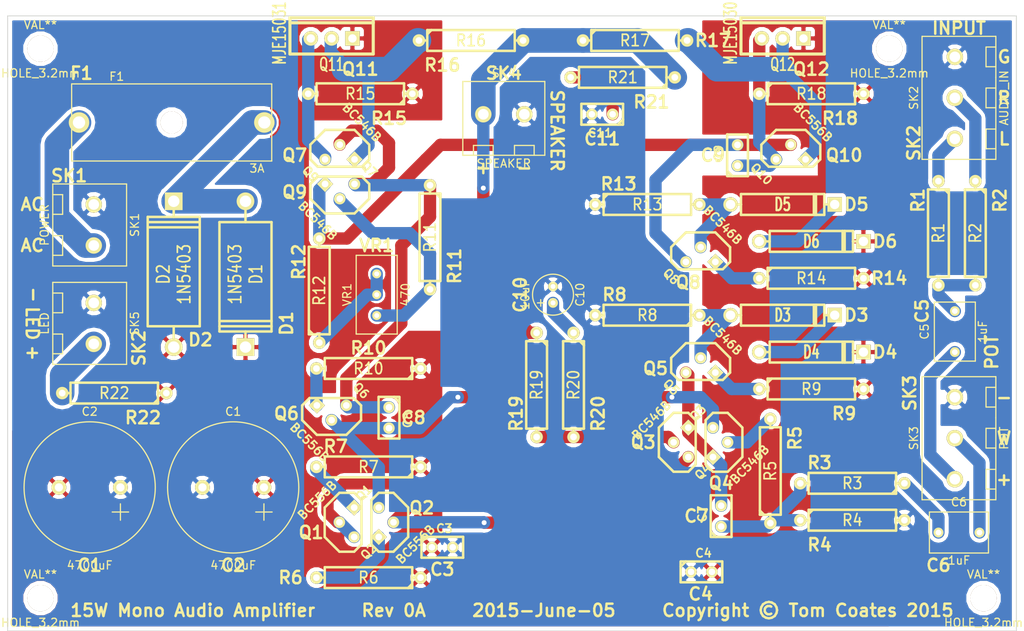
<source format=kicad_pcb>
(kicad_pcb (version 3) (host pcbnew "(2013-07-07 BZR 4022)-stable")
  (title_block (title "15W Audio Amplifier") (rev 0A) (company "Tom Coates / jvok"))
  (layers (15 F.Cu mixed) (0 B.Cu mixed) (20 B.SilkS user) (21 F.SilkS user) (22 B.Mask user) (23 F.Mask user) (28 Edge.Cuts user))
  (net 0 "")
  (net 1 AGND)
  (net 2 N-000001)
  (net 3 N-0000010)
  (net 4 N-0000011)
  (net 5 N-0000012)
  (net 6 N-0000013)
  (net 7 N-0000014)
  (net 8 N-0000015)
  (net 9 N-0000016)
  (net 10 N-0000017)
  (net 11 N-0000018)
  (net 12 N-0000019)
  (net 13 N-000002)
  (net 14 N-0000020)
  (net 15 N-0000021)
  (net 16 N-0000022)
  (net 17 N-0000023)
  (net 18 N-0000024)
  (net 19 N-0000025)
  (net 20 N-0000026)
  (net 21 N-0000027)
  (net 22 N-0000028)
  (net 23 N-0000029)
  (net 24 N-0000030)
  (net 25 N-0000031)
  (net 26 N-0000032)
  (net 27 N-0000033)
  (net 28 N-0000034)
  (net 29 N-0000035)
  (net 30 N-0000036)
  (net 31 N-0000037)
  (net 32 N-0000038)
  (net 33 N-000004)
  (net 34 N-000007)
  (net 35 N-000008)
  (net 36 N-000009)
  (net 37 VCC)
  (net 38 VEE)
  (module TO92 (layer F.Cu) (at 209.25 178.75 45)
    (fp_text reference Q2 (at -1.27 3.81 45) (layer F.SilkS) (effects (font (size 1.016 1.016) (thickness 0.2032))))
    (fp_text value BC556B (at -1.27 -5.08 45) (layer F.SilkS) (effects (font (size 1.016 1.016) (thickness 0.2032))))
    (pad 1 thru_hole rect (at 1.27 -1.27 45) (size 1.397 1.397) (drill 0.8128) (layers *.Cu *.Mask F.SilkS) (net 16 N-0000022))
    (pad 2 thru_hole circle (at -1.27 -1.27 45) (size 1.397 1.397) (drill 0.8128) (layers *.Cu *.Mask F.SilkS) (net 31 N-0000037))
    (pad 3 thru_hole circle (at -1.27 1.27 45) (size 1.397 1.397) (drill 0.8128) (layers *.Cu *.Mask F.SilkS) (net 31 N-0000037))
  )
  (module TO92 (layer F.Cu) (at 212.25 178.75 225)
    (fp_text reference Q1 (at -1.27 3.81 225) (layer F.SilkS) (effects (font (size 1.016 1.016) (thickness 0.2032))))
    (fp_text value BC556B (at -1.27 -5.08 225) (layer F.SilkS) (effects (font (size 1.016 1.016) (thickness 0.2032))))
    (pad 1 thru_hole rect (at 1.27 -1.27 225) (size 1.397 1.397) (drill 0.8128) (layers *.Cu *.Mask F.SilkS) (net 17 N-0000023))
    (pad 2 thru_hole circle (at -1.27 -1.27 225) (size 1.397 1.397) (drill 0.8128) (layers *.Cu *.Mask F.SilkS) (net 31 N-0000037))
    (pad 3 thru_hole circle (at -1.27 1.27 225) (size 1.397 1.397) (drill 0.8128) (layers *.Cu *.Mask F.SilkS) (net 18 N-0000024))
  )
  (module TO92 (layer F.Cu) (at 262.5 134.5 315)
    (fp_text reference Q10 (at -1.27 3.81 315) (layer F.SilkS) (effects (font (size 1.016 1.016) (thickness 0.2032))))
    (fp_text value BC556B (at -1.27 -5.08 315) (layer F.SilkS) (effects (font (size 1.016 1.016) (thickness 0.2032))))
    (pad 1 thru_hole rect (at 1.27 -1.27 315) (size 1.397 1.397) (drill 0.8128) (layers *.Cu *.Mask F.SilkS) (net 34 N-000007))
    (pad 2 thru_hole circle (at -1.27 -1.27 315) (size 1.397 1.397) (drill 0.8128) (layers *.Cu *.Mask F.SilkS) (net 26 N-0000032))
    (pad 3 thru_hole circle (at -1.27 1.27 315) (size 1.397 1.397) (drill 0.8128) (layers *.Cu *.Mask F.SilkS) (net 35 N-000008))
  )
  (module TO92 (layer F.Cu) (at 250 169 45)
    (fp_text reference Q4 (at -1.27 3.81 45) (layer F.SilkS) (effects (font (size 1.016 1.016) (thickness 0.2032))))
    (fp_text value BC546B (at -1.27 -5.08 45) (layer F.SilkS) (effects (font (size 1.016 1.016) (thickness 0.2032))))
    (pad 1 thru_hole rect (at 1.27 -1.27 45) (size 1.397 1.397) (drill 0.8128) (layers *.Cu *.Mask F.SilkS) (net 24 N-0000030))
    (pad 2 thru_hole circle (at -1.27 -1.27 45) (size 1.397 1.397) (drill 0.8128) (layers *.Cu *.Mask F.SilkS) (net 30 N-0000036))
    (pad 3 thru_hole circle (at -1.27 1.27 45) (size 1.397 1.397) (drill 0.8128) (layers *.Cu *.Mask F.SilkS) (net 31 N-0000037))
  )
  (module TO92 (layer F.Cu) (at 206.5 164.5 135)
    (fp_text reference Q6 (at -1.27 3.81 135) (layer F.SilkS) (effects (font (size 1.016 1.016) (thickness 0.2032))))
    (fp_text value BC556B (at -1.27 -5.08 135) (layer F.SilkS) (effects (font (size 1.016 1.016) (thickness 0.2032))))
    (pad 1 thru_hole rect (at 1.27 -1.27 135) (size 1.397 1.397) (drill 0.8128) (layers *.Cu *.Mask F.SilkS) (net 25 N-0000031))
    (pad 2 thru_hole circle (at -1.27 -1.27 135) (size 1.397 1.397) (drill 0.8128) (layers *.Cu *.Mask F.SilkS) (net 18 N-0000024))
    (pad 3 thru_hole circle (at -1.27 1.27 135) (size 1.397 1.397) (drill 0.8128) (layers *.Cu *.Mask F.SilkS) (net 3 N-0000010))
  )
  (module TO92 (layer F.Cu) (at 253 169 225)
    (fp_text reference Q3 (at -1.27 3.81 225) (layer F.SilkS) (effects (font (size 1.016 1.016) (thickness 0.2032))))
    (fp_text value BC546B (at -1.27 -5.08 225) (layer F.SilkS) (effects (font (size 1.016 1.016) (thickness 0.2032))))
    (pad 1 thru_hole rect (at 1.27 -1.27 225) (size 1.397 1.397) (drill 0.8128) (layers *.Cu *.Mask F.SilkS) (net 24 N-0000030))
    (pad 2 thru_hole circle (at -1.27 -1.27 225) (size 1.397 1.397) (drill 0.8128) (layers *.Cu *.Mask F.SilkS) (net 19 N-0000025))
    (pad 3 thru_hole circle (at -1.27 1.27 225) (size 1.397 1.397) (drill 0.8128) (layers *.Cu *.Mask F.SilkS) (net 18 N-0000024))
  )
  (module TO92 (layer F.Cu) (at 251.5 160.5 315)
    (fp_text reference Q5 (at -1.27 3.81 315) (layer F.SilkS) (effects (font (size 1.016 1.016) (thickness 0.2032))))
    (fp_text value BC546B (at -1.27 -5.08 315) (layer F.SilkS) (effects (font (size 1.016 1.016) (thickness 0.2032))))
    (pad 1 thru_hole rect (at 1.27 -1.27 315) (size 1.397 1.397) (drill 0.8128) (layers *.Cu *.Mask F.SilkS) (net 23 N-0000029))
    (pad 2 thru_hole circle (at -1.27 -1.27 315) (size 1.397 1.397) (drill 0.8128) (layers *.Cu *.Mask F.SilkS) (net 22 N-0000028))
    (pad 3 thru_hole circle (at -1.27 1.27 315) (size 1.397 1.397) (drill 0.8128) (layers *.Cu *.Mask F.SilkS) (net 24 N-0000030))
  )
  (module TO92 (layer F.Cu) (at 251.5 147 315)
    (fp_text reference Q8 (at -1.27 3.81 315) (layer F.SilkS) (effects (font (size 1.016 1.016) (thickness 0.2032))))
    (fp_text value BC546B (at -1.27 -5.08 315) (layer F.SilkS) (effects (font (size 1.016 1.016) (thickness 0.2032))))
    (pad 1 thru_hole rect (at 1.27 -1.27 315) (size 1.397 1.397) (drill 0.8128) (layers *.Cu *.Mask F.SilkS) (net 27 N-0000033))
    (pad 2 thru_hole circle (at -1.27 -1.27 315) (size 1.397 1.397) (drill 0.8128) (layers *.Cu *.Mask F.SilkS) (net 28 N-0000034))
    (pad 3 thru_hole circle (at -1.27 1.27 315) (size 1.397 1.397) (drill 0.8128) (layers *.Cu *.Mask F.SilkS) (net 26 N-0000032))
  )
  (module TO92 (layer F.Cu) (at 207.5 137.5 135)
    (fp_text reference Q7 (at -1.27 3.81 135) (layer F.SilkS) (effects (font (size 1.016 1.016) (thickness 0.2032))))
    (fp_text value BC546B (at -1.27 -5.08 135) (layer F.SilkS) (effects (font (size 1.016 1.016) (thickness 0.2032))))
    (pad 1 thru_hole rect (at 1.27 -1.27 135) (size 1.397 1.397) (drill 0.8128) (layers *.Cu *.Mask F.SilkS) (net 26 N-0000032))
    (pad 2 thru_hole circle (at -1.27 -1.27 135) (size 1.397 1.397) (drill 0.8128) (layers *.Cu *.Mask F.SilkS) (net 4 N-0000011))
    (pad 3 thru_hole circle (at -1.27 1.27 135) (size 1.397 1.397) (drill 0.8128) (layers *.Cu *.Mask F.SilkS) (net 3 N-0000010))
  )
  (module TO92 (layer F.Cu) (at 207.5 134.5 315)
    (fp_text reference Q9 (at -1.27 3.81 315) (layer F.SilkS) (effects (font (size 1.016 1.016) (thickness 0.2032))))
    (fp_text value BC546B (at -1.27 -5.08 315) (layer F.SilkS) (effects (font (size 1.016 1.016) (thickness 0.2032))))
    (pad 1 thru_hole rect (at 1.27 -1.27 315) (size 1.397 1.397) (drill 0.8128) (layers *.Cu *.Mask F.SilkS) (net 36 N-000009))
    (pad 2 thru_hole circle (at -1.27 -1.27 315) (size 1.397 1.397) (drill 0.8128) (layers *.Cu *.Mask F.SilkS) (net 3 N-0000010))
    (pad 3 thru_hole circle (at -1.27 1.27 315) (size 1.397 1.397) (drill 0.8128) (layers *.Cu *.Mask F.SilkS) (net 8 N-0000015))
  )
  (module TO220_VERT (layer F.Cu) (at 206.5 119.75 90)
    (fp_text reference Q11 (at -3.175 0 180) (layer F.SilkS) (effects (font (size 1.524 1.016) (thickness 0.2032))))
    (fp_text value MJE15031 (at 0.635 -6.35 90) (layer F.SilkS) (effects (font (size 1.524 1.016) (thickness 0.2032))))
    (pad 2 thru_hole circle (at 0 -2.54 90) (size 1.778 1.778) (drill 1.016) (layers *.Cu *.Mask F.SilkS) (net 8 N-0000015))
    (pad 3 thru_hole circle (at 0 0 90) (size 1.778 1.778) (drill 1.016) (layers *.Cu *.Mask F.SilkS) (net 36 N-000009))
    (pad 1 thru_hole rect (at 0 2.54 90) (size 1.778 1.778) (drill 1.016) (layers *.Cu *.Mask F.SilkS) (net 37 VCC))
  )
  (module TO220_VERT (layer F.Cu) (at 261.5 119.75 90)
    (fp_text reference Q12 (at -3.175 0 180) (layer F.SilkS) (effects (font (size 1.524 1.016) (thickness 0.2032))))
    (fp_text value MJE15030 (at 0.635 -6.35 90) (layer F.SilkS) (effects (font (size 1.524 1.016) (thickness 0.2032))))
    (pad 2 thru_hole circle (at 0 -2.54 90) (size 1.778 1.778) (drill 1.016) (layers *.Cu *.Mask F.SilkS) (net 35 N-000008))
    (pad 3 thru_hole circle (at 0 0 90) (size 1.778 1.778) (drill 1.016) (layers *.Cu *.Mask F.SilkS) (net 34 N-000007))
    (pad 1 thru_hole rect (at 0 2.54 90) (size 1.778 1.778) (drill 1.016) (layers *.Cu *.Mask F.SilkS) (net 38 VEE))
  )
  (module R5 (layer F.Cu) (at 270 174 180)
    (fp_text reference R3 (at 0 0 180) (layer F.SilkS) (effects (font (size 1.397 1.27) (thickness 0.2032))))
    (fp_text value 2.2k hide)
    (pad 1 thru_hole circle (at -6.35 0 180) (size 1.524 1.524) (drill 0.8128) (layers *.Cu *.Mask F.SilkS) (net 13 N-000002))
    (pad 2 thru_hole circle (at 6.35 0 180) (size 1.524 1.524) (drill 0.8128) (layers *.Cu *.Mask F.SilkS) (net 2 N-000001))
  )
  (module R5 (layer F.Cu) (at 211 172 180)
    (fp_text reference R7 (at 0 0 180) (layer F.SilkS) (effects (font (size 1.397 1.27) (thickness 0.2032))))
    (fp_text value 270 hide)
    (pad 1 thru_hole circle (at -6.35 0 180) (size 1.524 1.524) (drill 0.8128) (layers *.Cu *.Mask F.SilkS) (net 37 VCC))
    (pad 2 thru_hole circle (at 6.35 0 180) (size 1.524 1.524) (drill 0.8128) (layers *.Cu *.Mask F.SilkS) (net 16 N-0000022))
  )
  (module R5 (layer F.Cu) (at 265 162.5)
    (fp_text reference R9 (at 0 0) (layer F.SilkS) (effects (font (size 1.397 1.27) (thickness 0.2032))))
    (fp_text value 470 hide)
    (pad 1 thru_hole circle (at -6.35 0) (size 1.524 1.524) (drill 0.8128) (layers *.Cu *.Mask F.SilkS) (net 23 N-0000029))
    (pad 2 thru_hole circle (at 6.35 0) (size 1.524 1.524) (drill 0.8128) (layers *.Cu *.Mask F.SilkS) (net 38 VEE))
  )
  (module R5 (layer F.Cu) (at 260 172.5 90)
    (fp_text reference R5 (at 0 0 90) (layer F.SilkS) (effects (font (size 1.397 1.27) (thickness 0.2032))))
    (fp_text value 2.2k hide)
    (pad 1 thru_hole circle (at -6.35 0 90) (size 1.524 1.524) (drill 0.8128) (layers *.Cu *.Mask F.SilkS) (net 2 N-000001))
    (pad 2 thru_hole circle (at 6.35 0 90) (size 1.524 1.524) (drill 0.8128) (layers *.Cu *.Mask F.SilkS) (net 19 N-0000025))
  )
  (module R5 (layer F.Cu) (at 270 178.5)
    (fp_text reference R4 (at 0 0) (layer F.SilkS) (effects (font (size 1.397 1.27) (thickness 0.2032))))
    (fp_text value 10k hide)
    (pad 1 thru_hole circle (at -6.35 0) (size 1.524 1.524) (drill 0.8128) (layers *.Cu *.Mask F.SilkS) (net 2 N-000001))
    (pad 2 thru_hole circle (at 6.35 0) (size 1.524 1.524) (drill 0.8128) (layers *.Cu *.Mask F.SilkS) (net 1 AGND))
  )
  (module R5 (layer F.Cu) (at 245 153.5 180)
    (fp_text reference R8 (at 0 0 180) (layer F.SilkS) (effects (font (size 1.397 1.27) (thickness 0.2032))))
    (fp_text value 12k hide)
    (pad 1 thru_hole circle (at -6.35 0 180) (size 1.524 1.524) (drill 0.8128) (layers *.Cu *.Mask F.SilkS) (net 22 N-0000028))
    (pad 2 thru_hole circle (at 6.35 0 180) (size 1.524 1.524) (drill 0.8128) (layers *.Cu *.Mask F.SilkS) (net 1 AGND))
  )
  (module R5 (layer F.Cu) (at 231.5 162 270)
    (fp_text reference R19 (at 0 0 270) (layer F.SilkS) (effects (font (size 1.397 1.27) (thickness 0.2032))))
    (fp_text value 15k hide)
    (pad 1 thru_hole circle (at -6.35 0 270) (size 1.524 1.524) (drill 0.8128) (layers *.Cu *.Mask F.SilkS) (net 29 N-0000035))
    (pad 2 thru_hole circle (at 6.35 0 270) (size 1.524 1.524) (drill 0.8128) (layers *.Cu *.Mask F.SilkS) (net 30 N-0000036))
  )
  (module R5 (layer F.Cu) (at 236 162 270)
    (fp_text reference R20 (at 0 0 270) (layer F.SilkS) (effects (font (size 1.397 1.27) (thickness 0.2032))))
    (fp_text value 470 hide)
    (pad 1 thru_hole circle (at -6.35 0 270) (size 1.524 1.524) (drill 0.8128) (layers *.Cu *.Mask F.SilkS) (net 21 N-0000027))
    (pad 2 thru_hole circle (at 6.35 0 270) (size 1.524 1.524) (drill 0.8128) (layers *.Cu *.Mask F.SilkS) (net 30 N-0000036))
  )
  (module R5 (layer F.Cu) (at 285 143.5 270)
    (fp_text reference R2 (at 0 0 270) (layer F.SilkS) (effects (font (size 1.397 1.27) (thickness 0.2032))))
    (fp_text value 1k hide)
    (pad 1 thru_hole circle (at -6.35 0 270) (size 1.524 1.524) (drill 0.8128) (layers *.Cu *.Mask F.SilkS) (net 7 N-0000014))
    (pad 2 thru_hole circle (at 6.35 0 270) (size 1.524 1.524) (drill 0.8128) (layers *.Cu *.Mask F.SilkS) (net 6 N-0000013))
  )
  (module R5 (layer F.Cu) (at 280.5 143.5 270)
    (fp_text reference R1 (at 0 0 270) (layer F.SilkS) (effects (font (size 1.397 1.27) (thickness 0.2032))))
    (fp_text value 1k hide)
    (pad 1 thru_hole circle (at -6.35 0 270) (size 1.524 1.524) (drill 0.8128) (layers *.Cu *.Mask F.SilkS) (net 5 N-0000012))
    (pad 2 thru_hole circle (at 6.35 0 270) (size 1.524 1.524) (drill 0.8128) (layers *.Cu *.Mask F.SilkS) (net 6 N-0000013))
  )
  (module R5 (layer F.Cu) (at 242 124.5 180)
    (fp_text reference R21 (at 0 0 180) (layer F.SilkS) (effects (font (size 1.397 1.27) (thickness 0.2032))))
    (fp_text value 10 hide)
    (pad 1 thru_hole circle (at -6.35 0 180) (size 1.524 1.524) (drill 0.8128) (layers *.Cu *.Mask F.SilkS) (net 29 N-0000035))
    (pad 2 thru_hole circle (at 6.35 0 180) (size 1.524 1.524) (drill 0.8128) (layers *.Cu *.Mask F.SilkS) (net 32 N-0000038))
  )
  (module R5 (layer F.Cu) (at 180 163 180)
    (fp_text reference R22 (at 0 0 180) (layer F.SilkS) (effects (font (size 1.397 1.27) (thickness 0.2032))))
    (fp_text value 15k hide)
    (pad 1 thru_hole circle (at -6.35 0 180) (size 1.524 1.524) (drill 0.8128) (layers *.Cu *.Mask F.SilkS) (net 38 VEE))
    (pad 2 thru_hole circle (at 6.35 0 180) (size 1.524 1.524) (drill 0.8128) (layers *.Cu *.Mask F.SilkS) (net 14 N-0000020))
  )
  (module R5 (layer F.Cu) (at 245 140)
    (fp_text reference R13 (at 0 0) (layer F.SilkS) (effects (font (size 1.397 1.27) (thickness 0.2032))))
    (fp_text value 12k hide)
    (pad 1 thru_hole circle (at -6.35 0) (size 1.524 1.524) (drill 0.8128) (layers *.Cu *.Mask F.SilkS) (net 1 AGND))
    (pad 2 thru_hole circle (at 6.35 0) (size 1.524 1.524) (drill 0.8128) (layers *.Cu *.Mask F.SilkS) (net 28 N-0000034))
  )
  (module R5 (layer F.Cu) (at 223.5 120)
    (fp_text reference R16 (at 0 0) (layer F.SilkS) (effects (font (size 1.397 1.27) (thickness 0.2032))))
    (fp_text value 0.47 hide)
    (pad 1 thru_hole circle (at -6.35 0) (size 1.524 1.524) (drill 0.8128) (layers *.Cu *.Mask F.SilkS) (net 36 N-000009))
    (pad 2 thru_hole circle (at 6.35 0) (size 1.524 1.524) (drill 0.8128) (layers *.Cu *.Mask F.SilkS) (net 29 N-0000035))
  )
  (module R5 (layer F.Cu) (at 211 185.5 180)
    (fp_text reference R6 (at 0 0 180) (layer F.SilkS) (effects (font (size 1.397 1.27) (thickness 0.2032))))
    (fp_text value 270 hide)
    (pad 1 thru_hole circle (at -6.35 0 180) (size 1.524 1.524) (drill 0.8128) (layers *.Cu *.Mask F.SilkS) (net 37 VCC))
    (pad 2 thru_hole circle (at 6.35 0 180) (size 1.524 1.524) (drill 0.8128) (layers *.Cu *.Mask F.SilkS) (net 17 N-0000023))
  )
  (module R5 (layer F.Cu) (at 243.5 120)
    (fp_text reference R17 (at 0 0) (layer F.SilkS) (effects (font (size 1.397 1.27) (thickness 0.2032))))
    (fp_text value 0.47 hide)
    (pad 1 thru_hole circle (at -6.35 0) (size 1.524 1.524) (drill 0.8128) (layers *.Cu *.Mask F.SilkS) (net 29 N-0000035))
    (pad 2 thru_hole circle (at 6.35 0) (size 1.524 1.524) (drill 0.8128) (layers *.Cu *.Mask F.SilkS) (net 34 N-000007))
  )
  (module R5 (layer F.Cu) (at 205 150.5 90)
    (fp_text reference R12 (at 0 0 90) (layer F.SilkS) (effects (font (size 1.397 1.27) (thickness 0.2032))))
    (fp_text value 1.2k hide)
    (pad 1 thru_hole circle (at -6.35 0 90) (size 1.524 1.524) (drill 0.8128) (layers *.Cu *.Mask F.SilkS) (net 15 N-0000021))
    (pad 2 thru_hole circle (at 6.35 0 90) (size 1.524 1.524) (drill 0.8128) (layers *.Cu *.Mask F.SilkS) (net 26 N-0000032))
  )
  (module R5 (layer F.Cu) (at 210 126.5 180)
    (fp_text reference R15 (at 0 0 180) (layer F.SilkS) (effects (font (size 1.397 1.27) (thickness 0.2032))))
    (fp_text value 220 hide)
    (pad 1 thru_hole circle (at -6.35 0 180) (size 1.524 1.524) (drill 0.8128) (layers *.Cu *.Mask F.SilkS) (net 37 VCC))
    (pad 2 thru_hole circle (at 6.35 0 180) (size 1.524 1.524) (drill 0.8128) (layers *.Cu *.Mask F.SilkS) (net 8 N-0000015))
  )
  (module R5 (layer F.Cu) (at 265 126.5)
    (fp_text reference R18 (at 0 0) (layer F.SilkS) (effects (font (size 1.397 1.27) (thickness 0.2032))))
    (fp_text value 220 hide)
    (pad 1 thru_hole circle (at -6.35 0) (size 1.524 1.524) (drill 0.8128) (layers *.Cu *.Mask F.SilkS) (net 35 N-000008))
    (pad 2 thru_hole circle (at 6.35 0) (size 1.524 1.524) (drill 0.8128) (layers *.Cu *.Mask F.SilkS) (net 38 VEE))
  )
  (module R5 (layer F.Cu) (at 218.5 144 270)
    (fp_text reference R11 (at 0 0 270) (layer F.SilkS) (effects (font (size 1.397 1.27) (thickness 0.2032))))
    (fp_text value 1.2k hide)
    (pad 1 thru_hole circle (at -6.35 0 270) (size 1.524 1.524) (drill 0.8128) (layers *.Cu *.Mask F.SilkS) (net 3 N-0000010))
    (pad 2 thru_hole circle (at 6.35 0 270) (size 1.524 1.524) (drill 0.8128) (layers *.Cu *.Mask F.SilkS) (net 4 N-0000011))
  )
  (module R5 (layer F.Cu) (at 265 149)
    (fp_text reference R14 (at 0 0) (layer F.SilkS) (effects (font (size 1.397 1.27) (thickness 0.2032))))
    (fp_text value 100 hide)
    (pad 1 thru_hole circle (at -6.35 0) (size 1.524 1.524) (drill 0.8128) (layers *.Cu *.Mask F.SilkS) (net 27 N-0000033))
    (pad 2 thru_hole circle (at 6.35 0) (size 1.524 1.524) (drill 0.8128) (layers *.Cu *.Mask F.SilkS) (net 38 VEE))
  )
  (module R5 (layer F.Cu) (at 211 160 180)
    (fp_text reference R10 (at 0 0 180) (layer F.SilkS) (effects (font (size 1.397 1.27) (thickness 0.2032))))
    (fp_text value 220 hide)
    (pad 1 thru_hole circle (at -6.35 0 180) (size 1.524 1.524) (drill 0.8128) (layers *.Cu *.Mask F.SilkS) (net 37 VCC))
    (pad 2 thru_hole circle (at 6.35 0 180) (size 1.524 1.524) (drill 0.8128) (layers *.Cu *.Mask F.SilkS) (net 25 N-0000031))
  )
  (module D6.5 (layer F.Cu) (at 187.25 148.5 90)
    (fp_text reference D2 (at 0 -1.27 90) (layer F.SilkS) (effects (font (size 1.524 1.27) (thickness 0.2032))))
    (fp_text value 1N5403 (at 0 1.27 90) (layer F.SilkS) (effects (font (size 1.524 1.27) (thickness 0.2032))))
    (pad 1 thru_hole circle (at -8.89 0 90) (size 2.159 2.159) (drill 1.397) (layers *.Cu *.Mask F.SilkS) (net 38 VEE))
    (pad 2 thru_hole rect (at 8.89 0 90) (size 2.159 2.159) (drill 1.397) (layers *.Cu *.Mask F.SilkS) (net 10 N-0000017))
  )
  (module D6.5 (layer F.Cu) (at 196 148.5 270)
    (fp_text reference D1 (at 0 -1.27 270) (layer F.SilkS) (effects (font (size 1.524 1.27) (thickness 0.2032))))
    (fp_text value 1N5403 (at 0 1.27 270) (layer F.SilkS) (effects (font (size 1.524 1.27) (thickness 0.2032))))
    (pad 1 thru_hole circle (at -8.89 0 270) (size 2.159 2.159) (drill 1.397) (layers *.Cu *.Mask F.SilkS) (net 10 N-0000017))
    (pad 2 thru_hole rect (at 8.89 0 270) (size 2.159 2.159) (drill 1.397) (layers *.Cu *.Mask F.SilkS) (net 37 VCC))
  )
  (module D5 (layer F.Cu) (at 265 144.5)
    (fp_text reference D6 (at 0 0) (layer F.SilkS) (effects (font (size 1.524 1.016) (thickness 0.3048))))
    (fp_text value 1N4148 hide)
    (pad 1 thru_hole circle (at -6.35 0) (size 1.778 1.778) (drill 1.143) (layers *.Cu *.Mask F.SilkS) (net 33 N-000004))
    (pad 2 thru_hole rect (at 6.35 0) (size 1.778 1.778) (drill 1.143) (layers *.Cu *.Mask F.SilkS) (net 38 VEE))
  )
  (module D5 (layer F.Cu) (at 265 158)
    (fp_text reference D4 (at 0 0) (layer F.SilkS) (effects (font (size 1.524 1.016) (thickness 0.3048))))
    (fp_text value 1N4148 hide)
    (pad 1 thru_hole circle (at -6.35 0) (size 1.778 1.778) (drill 1.143) (layers *.Cu *.Mask F.SilkS) (net 20 N-0000026))
    (pad 2 thru_hole rect (at 6.35 0) (size 1.778 1.778) (drill 1.143) (layers *.Cu *.Mask F.SilkS) (net 38 VEE))
  )
  (module D5 (layer F.Cu) (at 261.5 153.5)
    (fp_text reference D3 (at 0 0) (layer F.SilkS) (effects (font (size 1.524 1.016) (thickness 0.3048))))
    (fp_text value 1N4148 hide)
    (pad 1 thru_hole circle (at -6.35 0) (size 1.778 1.778) (drill 1.143) (layers *.Cu *.Mask F.SilkS) (net 22 N-0000028))
    (pad 2 thru_hole rect (at 6.35 0) (size 1.778 1.778) (drill 1.143) (layers *.Cu *.Mask F.SilkS) (net 20 N-0000026))
  )
  (module D5 (layer F.Cu) (at 261.5 140)
    (fp_text reference D5 (at 0 0) (layer F.SilkS) (effects (font (size 1.524 1.016) (thickness 0.3048))))
    (fp_text value 1N4148 hide)
    (pad 1 thru_hole circle (at -6.35 0) (size 1.778 1.778) (drill 1.143) (layers *.Cu *.Mask F.SilkS) (net 28 N-0000034))
    (pad 2 thru_hole rect (at 6.35 0) (size 1.778 1.778) (drill 1.143) (layers *.Cu *.Mask F.SilkS) (net 33 N-000004))
  )
  (module c_film_5_7.2_5 (layer F.Cu) (at 283 180 180)
    (fp_text reference C6 (at 0 3.7 180) (layer F.SilkS))
    (fp_text value 1uF (at 0 -3.4 180) (layer F.SilkS))
    (pad 1 thru_hole circle (at -2.5 0 180) (size 1.2 1.2) (drill 0.7) (layers *.Cu *.Mask F.SilkS) (net 12 N-0000019))
    (pad 2 thru_hole circle (at 2.5 0 180) (size 1.2 1.2) (drill 0.7) (layers *.Cu *.Mask F.SilkS) (net 13 N-000002))
  )
  (module c_film_5_7.2_5 (layer F.Cu) (at 282.5 155.5 270)
    (fp_text reference C5 (at 0 3.7 270) (layer F.SilkS))
    (fp_text value 1uF (at 0 -3.4 270) (layer F.SilkS))
    (pad 1 thru_hole circle (at -2.5 0 270) (size 1.2 1.2) (drill 0.7) (layers *.Cu *.Mask F.SilkS) (net 6 N-0000013))
    (pad 2 thru_hole circle (at 2.5 0 270) (size 1.2 1.2) (drill 0.7) (layers *.Cu *.Mask F.SilkS) (net 9 N-0000016))
  )
  (module c_elec_7.5_16 (layer F.Cu) (at 194.5 174.5 180)
    (fp_text reference C1 (at 0 9.25 180) (layer F.SilkS))
    (fp_text value 4700uF (at 0 -9.5 180) (layer F.SilkS))
    (pad 1 thru_hole circle (at -3.75 0 180) (size 1.8 1.8) (drill 1) (layers *.Cu *.Mask F.SilkS) (net 37 VCC))
    (pad 2 thru_hole circle (at 3.75 0 180) (size 1.8 1.8) (drill 1) (layers *.Cu *.Mask F.SilkS) (net 1 AGND))
  )
  (module c_elec_7.5_16 (layer F.Cu) (at 177 174.5 180)
    (fp_text reference C2 (at 0 9.25 180) (layer F.SilkS))
    (fp_text value 4700uF (at 0 -9.5 180) (layer F.SilkS))
    (pad 1 thru_hole circle (at -3.75 0 180) (size 1.8 1.8) (drill 1) (layers *.Cu *.Mask F.SilkS) (net 1 AGND))
    (pad 2 thru_hole circle (at 3.75 0 180) (size 1.8 1.8) (drill 1) (layers *.Cu *.Mask F.SilkS) (net 38 VEE))
  )
  (module c_elec_2_5 (layer F.Cu) (at 233.5 151 90)
    (fp_text reference C10 (at 0 3.3 90) (layer F.SilkS))
    (fp_text value 10uF (at 0 -3.4 90) (layer F.SilkS))
    (pad 2 thru_hole circle (at 1 0 90) (size 1.2 1.2) (drill 0.6) (layers *.Cu *.Mask F.SilkS) (net 1 AGND))
    (pad 1 thru_hole circle (at -1 0 90) (size 1.2 1.2) (drill 0.6) (layers *.Cu *.Mask F.SilkS) (net 21 N-0000027))
  )
  (module C1 (layer F.Cu) (at 213.5 166 270)
    (fp_text reference C8 (at 0.254 -2.286 270) (layer F.SilkS) (effects (font (size 1.016 1.016) (thickness 0.2032))))
    (fp_text value 1nF hide)
    (pad 1 thru_hole circle (at -1.27 0 270) (size 1.397 1.397) (drill 0.8128) (layers *.Cu *.Mask F.SilkS) (net 3 N-0000010))
    (pad 2 thru_hole circle (at 1.27 0 270) (size 1.397 1.397) (drill 0.8128) (layers *.Cu *.Mask F.SilkS) (net 18 N-0000024))
  )
  (module C1 (layer F.Cu) (at 256 134 90)
    (fp_text reference C9 (at 0.254 -2.286 90) (layer F.SilkS) (effects (font (size 1.016 1.016) (thickness 0.2032))))
    (fp_text value 100pF hide)
    (pad 1 thru_hole circle (at -1.27 0 90) (size 1.397 1.397) (drill 0.8128) (layers *.Cu *.Mask F.SilkS) (net 35 N-000008))
    (pad 2 thru_hole circle (at 1.27 0 90) (size 1.397 1.397) (drill 0.8128) (layers *.Cu *.Mask F.SilkS) (net 26 N-0000032))
  )
  (module C1 (layer F.Cu) (at 254 178 90)
    (fp_text reference C7 (at 0.254 -2.286 90) (layer F.SilkS) (effects (font (size 1.016 1.016) (thickness 0.2032))))
    (fp_text value 100pF hide)
    (pad 1 thru_hole circle (at -1.27 0 90) (size 1.397 1.397) (drill 0.8128) (layers *.Cu *.Mask F.SilkS) (net 2 N-000001))
    (pad 2 thru_hole circle (at 1.27 0 90) (size 1.397 1.397) (drill 0.8128) (layers *.Cu *.Mask F.SilkS) (net 24 N-0000030))
  )
  (module C1 (layer F.Cu) (at 251.6 184.8)
    (fp_text reference C4 (at 0.254 -2.286) (layer F.SilkS) (effects (font (size 1.016 1.016) (thickness 0.2032))))
    (fp_text value 100nF hide)
    (pad 1 thru_hole circle (at -1.27 0) (size 1.397 1.397) (drill 0.8128) (layers *.Cu *.Mask F.SilkS) (net 1 AGND))
    (pad 2 thru_hole circle (at 1.27 0) (size 1.397 1.397) (drill 0.8128) (layers *.Cu *.Mask F.SilkS) (net 38 VEE))
  )
  (module C1 (layer F.Cu) (at 220 181.8)
    (fp_text reference C3 (at 0.254 -2.286) (layer F.SilkS) (effects (font (size 1.016 1.016) (thickness 0.2032))))
    (fp_text value 100nF hide)
    (pad 1 thru_hole circle (at -1.27 0) (size 1.397 1.397) (drill 0.8128) (layers *.Cu *.Mask F.SilkS) (net 37 VCC))
    (pad 2 thru_hole circle (at 1.27 0) (size 1.397 1.397) (drill 0.8128) (layers *.Cu *.Mask F.SilkS) (net 1 AGND))
  )
  (module C1 (layer F.Cu) (at 239.5 129 180)
    (fp_text reference C11 (at 0.254 -2.286 180) (layer F.SilkS) (effects (font (size 1.016 1.016) (thickness 0.2032))))
    (fp_text value 100nF hide)
    (pad 1 thru_hole circle (at -1.27 0 180) (size 1.397 1.397) (drill 0.8128) (layers *.Cu *.Mask F.SilkS) (net 32 N-0000038))
    (pad 2 thru_hole circle (at 1.27 0 180) (size 1.397 1.397) (drill 0.8128) (layers *.Cu *.Mask F.SilkS) (net 1 AGND))
  )
  (module 3296X-1-xxxLF (layer F.Cu) (at 212 151 270)
    (fp_text reference VR1 (at 0 3.6 270) (layer F.SilkS))
    (fp_text value 470 (at 0 -3.5 270) (layer F.SilkS))
    (pad 1 thru_hole circle (at -2.54 0 270) (size 1.1 1.1) (drill 0.6) (layers *.Cu *.Mask F.SilkS) (net 15 N-0000021))
    (pad 2 thru_hole circle (at 0 0 270) (size 1.1 1.1) (drill 0.6) (layers *.Cu *.Mask F.SilkS) (net 15 N-0000021))
    (pad 3 thru_hole circle (at 2.54 0 270) (size 1.1 1.1) (drill 0.6) (layers *.Cu *.Mask F.SilkS) (net 4 N-0000011))
  )
  (module 20.101M_3 (layer F.Cu) (at 282.5 127 90)
    (fp_text reference SK2 (at 0 -5 90) (layer F.SilkS))
    (fp_text value AUDIO_IN (at 0 6 90) (layer F.SilkS))
    (pad 1 thru_hole circle (at -5 0 90) (size 2 2) (drill 1.3) (layers *.Cu *.Mask F.SilkS) (net 5 N-0000012))
    (pad 2 thru_hole circle (at 0 0 90) (size 2 2) (drill 1.3) (layers *.Cu *.Mask F.SilkS) (net 7 N-0000014))
    (pad 3 thru_hole circle (at 5 0 90) (size 2 2) (drill 1.3) (layers *.Cu *.Mask F.SilkS) (net 1 AGND))
  )
  (module 20.101M_3 (layer F.Cu) (at 282.5 168.5 90)
    (fp_text reference SK3 (at 0 -5 90) (layer F.SilkS))
    (fp_text value POT (at 0 6 90) (layer F.SilkS))
    (pad 1 thru_hole circle (at -5 0 90) (size 2 2) (drill 1.3) (layers *.Cu *.Mask F.SilkS) (net 9 N-0000016))
    (pad 2 thru_hole circle (at 0 0 90) (size 2 2) (drill 1.3) (layers *.Cu *.Mask F.SilkS) (net 12 N-0000019))
    (pad 3 thru_hole circle (at 5 0 90) (size 2 2) (drill 1.3) (layers *.Cu *.Mask F.SilkS) (net 1 AGND))
  )
  (module 20.101M_2 (layer F.Cu) (at 227.5 129)
    (fp_text reference SK4 (at 0 -5) (layer F.SilkS))
    (fp_text value SPEAKER (at 0 6) (layer F.SilkS))
    (pad 1 thru_hole circle (at -2.5 0) (size 2 2) (drill 1.3) (layers *.Cu *.Mask F.SilkS) (net 29 N-0000035))
    (pad 2 thru_hole circle (at 2.5 0) (size 2 2) (drill 1.3) (layers *.Cu *.Mask F.SilkS) (net 1 AGND))
  )
  (module 20.101M_2 (layer F.Cu) (at 177.5 142.5 270)
    (fp_text reference SK1 (at 0 -5 270) (layer F.SilkS))
    (fp_text value POWER (at 0 6 270) (layer F.SilkS))
    (pad 1 thru_hole circle (at -2.5 0 270) (size 2 2) (drill 1.3) (layers *.Cu *.Mask F.SilkS) (net 1 AGND))
    (pad 2 thru_hole circle (at 2.5 0 270) (size 2 2) (drill 1.3) (layers *.Cu *.Mask F.SilkS) (net 11 N-0000018))
  )
  (module 20.101M_2 (layer F.Cu) (at 177.5 154.5 270)
    (fp_text reference SK5 (at 0 -5 270) (layer F.SilkS))
    (fp_text value LED (at 0 6 270) (layer F.SilkS))
    (pad 1 thru_hole circle (at -2.5 0 270) (size 2 2) (drill 1.3) (layers *.Cu *.Mask F.SilkS) (net 1 AGND))
    (pad 2 thru_hole circle (at 2.5 0 270) (size 2 2) (drill 1.3) (layers *.Cu *.Mask F.SilkS) (net 14 N-0000020))
  )
  (module 696107003002 (layer F.Cu) (at 187 130)
    (fp_text reference F1 (at -6.7 -5.6) (layer F.SilkS))
    (fp_text value 3A (at 10.4 5.6) (layer F.SilkS))
    (pad 1 thru_hole circle (at -11.3 0) (size 2.5 2.5) (drill 1.5) (layers *.Cu *.Mask F.SilkS) (net 11 N-0000018))
    (pad 2 thru_hole circle (at 11.3 0) (size 2.5 2.5) (drill 1.5) (layers *.Cu *.Mask F.SilkS) (net 10 N-0000017))
    (pad 1 thru_hole circle (at 0 0) (size 2.7 2.7) (drill 2.7) (layers *.Cu *.Mask F.SilkS) (net 11 N-0000018))
  )
  (module HOLE_3.2mm (layer F.Cu) (at 171 121)
    (fp_text reference HOLE_3.2mm (at 0 3) (layer F.SilkS))
    (fp_text value VAL** (at 0 -2.9) (layer F.SilkS))
    (pad 1 thru_hole circle (at 0 0) (size 3.2 3.2) (drill 3.2) (layers *.Cu *.Mask F.SilkS))
  )
  (module HOLE_3.2mm (layer F.Cu) (at 171 188)
    (fp_text reference HOLE_3.2mm (at 0 3) (layer F.SilkS))
    (fp_text value VAL** (at 0 -2.9) (layer F.SilkS))
    (pad 1 thru_hole circle (at 0 0) (size 3.2 3.2) (drill 3.2) (layers *.Cu *.Mask F.SilkS))
  )
  (module HOLE_3.2mm (layer F.Cu) (at 286 188)
    (fp_text reference HOLE_3.2mm (at 0 3) (layer F.SilkS))
    (fp_text value VAL** (at 0 -2.9) (layer F.SilkS))
    (pad 1 thru_hole circle (at 0 0) (size 3.2 3.2) (drill 3.2) (layers *.Cu *.Mask F.SilkS))
  )
  (module HOLE_3.2mm (layer F.Cu) (at 274.5 121)
    (fp_text reference HOLE_3.2mm (at 0 3) (layer F.SilkS))
    (fp_text value VAL** (at 0 -2.9) (layer F.SilkS))
    (pad 1 thru_hole circle (at 0 0) (size 3.2 3.2) (drill 3.2) (layers *.Cu *.Mask F.SilkS))
  )
  (gr_text "15W Mono Audio Amplifier     Rev 0A     2015-June-05     Copyright © Tom Coates 2015" (at 228.5 189.5) (layer F.SilkS) (effects (font (size 1.5 1.5) (thickness 0.3))))
  (gr_text SK2 (at 277.5 132.5 90) (layer F.SilkS) (effects (font (size 1.5 1.5) (thickness 0.3))))
  (gr_text R1 (at 278 139.5 90) (layer F.SilkS) (effects (font (size 1.5 1.5) (thickness 0.3))))
  (gr_text R2 (at 288 139.5 90) (layer F.SilkS) (effects (font (size 1.5 1.5) (thickness 0.3))))
  (gr_text C5 (at 278.5 153 90) (layer F.SilkS) (effects (font (size 1.5 1.5) (thickness 0.3))))
  (gr_text SK3 (at 277 163 90) (layer F.SilkS) (effects (font (size 1.5 1.5) (thickness 0.3))))
  (gr_text C6 (at 280.5 184) (layer F.SilkS) (effects (font (size 1.5 1.5) (thickness 0.3))))
  (gr_text Q12 (at 265 123.5) (layer F.SilkS) (effects (font (size 1.5 1.5) (thickness 0.3))))
  (gr_text R18 (at 268.5 129.5) (layer F.SilkS) (effects (font (size 1.5 1.5) (thickness 0.3))))
  (gr_text C9 (at 253 134) (layer F.SilkS) (effects (font (size 1.5 1.5) (thickness 0.3))))
  (gr_text Q10 (at 269 134) (layer F.SilkS) (effects (font (size 1.5 1.5) (thickness 0.3))))
  (gr_text Q8 (at 250 149.5) (layer F.SilkS) (effects (font (size 1.5 1.5) (thickness 0.3))))
  (gr_text D5 (at 270.5 140) (layer F.SilkS) (effects (font (size 1.5 1.5) (thickness 0.3))))
  (gr_text D6 (at 274 144.5) (layer F.SilkS) (effects (font (size 1.5 1.5) (thickness 0.3))))
  (gr_text R14 (at 274.5 149) (layer F.SilkS) (effects (font (size 1.5 1.5) (thickness 0.3))))
  (gr_text D3 (at 270.5 153.5) (layer F.SilkS) (effects (font (size 1.5 1.5) (thickness 0.3))))
  (gr_text D4 (at 274 158) (layer F.SilkS) (effects (font (size 1.5 1.5) (thickness 0.3))))
  (gr_text R9 (at 269 165.5) (layer F.SilkS) (effects (font (size 1.5 1.5) (thickness 0.3))))
  (gr_text R3 (at 266 171.5) (layer F.SilkS) (effects (font (size 1.5 1.5) (thickness 0.3))))
  (gr_text R4 (at 266 181.5) (layer F.SilkS) (effects (font (size 1.5 1.5) (thickness 0.3))))
  (gr_text R5 (at 263 168.5 90) (layer F.SilkS) (effects (font (size 1.5 1.5) (thickness 0.3))))
  (gr_text Q5 (at 246 160) (layer F.SilkS) (effects (font (size 1.5 1.5) (thickness 0.3))))
  (gr_text Q3 (at 244.5 169) (layer F.SilkS) (effects (font (size 1.5 1.5) (thickness 0.3))))
  (gr_text Q4 (at 254 174) (layer F.SilkS) (effects (font (size 1.5 1.5) (thickness 0.3))))
  (gr_text C7 (at 251 178) (layer F.SilkS) (effects (font (size 1.5 1.5) (thickness 0.3))))
  (gr_text C4 (at 251.5 187.5) (layer F.SilkS) (effects (font (size 1.5 1.5) (thickness 0.3))))
  (gr_text R20 (at 239 165.5 90) (layer F.SilkS) (effects (font (size 1.5 1.5) (thickness 0.3))))
  (gr_text R19 (at 229 165.5 90) (layer F.SilkS) (effects (font (size 1.5 1.5) (thickness 0.3))))
  (gr_text R8 (at 241 151) (layer F.SilkS) (effects (font (size 1.5 1.5) (thickness 0.3))))
  (gr_text C10 (at 229.5 151 90) (layer F.SilkS) (effects (font (size 1.5 1.5) (thickness 0.3))))
  (gr_text R13 (at 241.5 137.5) (layer F.SilkS) (effects (font (size 1.5 1.5) (thickness 0.3))))
  (gr_text C11 (at 239.5 132) (layer F.SilkS) (effects (font (size 1.5 1.5) (thickness 0.3))))
  (gr_text R17 (at 253 120) (layer F.SilkS) (effects (font (size 1.5 1.5) (thickness 0.3))))
  (gr_text R21 (at 245.5 127.5) (layer F.SilkS) (effects (font (size 1.5 1.5) (thickness 0.3))))
  (gr_text SK4 (at 227.5 124) (layer F.SilkS) (effects (font (size 1.5 1.5) (thickness 0.3))))
  (gr_text R16 (at 220 123) (layer F.SilkS) (effects (font (size 1.5 1.5) (thickness 0.3))))
  (gr_text R15 (at 213.5 129.5) (layer F.SilkS) (effects (font (size 1.5 1.5) (thickness 0.3))))
  (gr_text Q11 (at 210 123.5) (layer F.SilkS) (effects (font (size 1.5 1.5) (thickness 0.3))))
  (gr_text VR1 (at 212 145) (layer F.SilkS) (effects (font (size 1.5 1.5) (thickness 0.3))))
  (gr_text Q7 (at 202 134) (layer F.SilkS) (effects (font (size 1.5 1.5) (thickness 0.3))))
  (gr_text Q9 (at 202 138.5) (layer F.SilkS) (effects (font (size 1.5 1.5) (thickness 0.3))))
  (gr_text R11 (at 221.5 147.5 90) (layer F.SilkS) (effects (font (size 1.5 1.5) (thickness 0.3))))
  (gr_text R12 (at 202.5 147 90) (layer F.SilkS) (effects (font (size 1.5 1.5) (thickness 0.3))))
  (gr_text R10 (at 211 157.5) (layer F.SilkS) (effects (font (size 1.5 1.5) (thickness 0.3))))
  (gr_text C8 (at 216.5 166) (layer F.SilkS) (effects (font (size 1.5 1.5) (thickness 0.3))))
  (gr_text Q6 (at 201 165.5) (layer F.SilkS) (effects (font (size 1.5 1.5) (thickness 0.3))))
  (gr_text R7 (at 207 169.5) (layer F.SilkS) (effects (font (size 1.5 1.5) (thickness 0.3))))
  (gr_text Q1 (at 204 180) (layer F.SilkS) (effects (font (size 1.5 1.5) (thickness 0.3))))
  (gr_text Q2 (at 217.5 177) (layer F.SilkS) (effects (font (size 1.5 1.5) (thickness 0.3))))
  (gr_text C3 (at 220 184.5) (layer F.SilkS) (effects (font (size 1.5 1.5) (thickness 0.3))))
  (gr_text R6 (at 201.5 185.5) (layer F.SilkS) (effects (font (size 1.5 1.5) (thickness 0.3))))
  (gr_text C2 (at 194.5 184) (layer F.SilkS) (effects (font (size 1.5 1.5) (thickness 0.3))))
  (gr_text C1 (at 177 184) (layer F.SilkS) (effects (font (size 1.5 1.5) (thickness 0.3))))
  (gr_text R22 (at 183.5 166) (layer F.SilkS) (effects (font (size 1.5 1.5) (thickness 0.3))))
  (gr_text D2 (at 190.5 156.5) (layer F.SilkS) (effects (font (size 1.5 1.5) (thickness 0.3))))
  (gr_text D1 (at 201 154.5 90) (layer F.SilkS) (effects (font (size 1.5 1.5) (thickness 0.3))))
  (gr_text SK2 (at 183 157.5 90) (layer F.SilkS) (effects (font (size 1.5 1.5) (thickness 0.3))))
  (gr_text SK1 (at 174.5 136.5) (layer F.SilkS) (effects (font (size 1.5 1.5) (thickness 0.3))))
  (gr_text F1 (at 176 124) (layer F.SilkS) (effects (font (size 1.5 1.5) (thickness 0.3))))
  (gr_text SPEAKER (at 234 131 270) (layer F.SilkS) (effects (font (size 1.5 1.5) (thickness 0.3))))
  (gr_text + (at 225 135.5) (layer F.SilkS) (effects (font (size 1.5 1.5) (thickness 0.3))))
  (gr_text - (at 230 135.5) (layer F.SilkS) (effects (font (size 1.5 1.5) (thickness 0.3))))
  (gr_text INPUT (at 283 118.5) (layer F.SilkS) (effects (font (size 1.5 1.5) (thickness 0.3))))
  (gr_text POT (at 287 158 90) (layer F.SilkS) (effects (font (size 1.5 1.5) (thickness 0.3))))
  (gr_text + (at 288.5 173.5) (layer F.SilkS) (effects (font (size 1.5 1.5) (thickness 0.3))))
  (gr_text W (at 288.5 168.5) (layer F.SilkS) (effects (font (size 1.5 1.5) (thickness 0.3))))
  (gr_text - (at 288.5 163.5) (layer F.SilkS) (effects (font (size 1.5 1.5) (thickness 0.3))))
  (gr_text G (at 288.5 122) (layer F.SilkS) (effects (font (size 1.5 1.5) (thickness 0.3))))
  (gr_text R (at 288.5 127) (layer F.SilkS) (effects (font (size 1.5 1.5) (thickness 0.3))))
  (gr_text L (at 288.5 132) (layer F.SilkS) (effects (font (size 1.5 1.5) (thickness 0.3))))
  (gr_text LED (at 170 154.5 270) (layer F.SilkS) (effects (font (size 1.5 1.5) (thickness 0.3))))
  (gr_text + (at 170 158) (layer F.SilkS) (effects (font (size 1.5 1.5) (thickness 0.3))))
  (gr_text - (at 170 151 90) (layer F.SilkS) (effects (font (size 1.5 1.5) (thickness 0.3))))
  (gr_text AC (at 170 145) (layer F.SilkS) (effects (font (size 1.5 1.5) (thickness 0.3))))
  (gr_text AC (at 170 140) (layer F.SilkS) (effects (font (size 1.5 1.5) (thickness 0.3))))
  (gr_line (start 167 192) (end 167 117) (angle 90) (layer Edge.Cuts) (width 0.1))
  (gr_line (start 290 192) (end 167 192) (angle 90) (layer Edge.Cuts) (width 0.1))
  (gr_line (start 290 117) (end 290 192) (angle 90) (layer Edge.Cuts) (width 0.1))
  (gr_line (start 167 117) (end 290 117) (angle 90) (layer Edge.Cuts) (width 0.1))
  (segment (start 263.65 178.5) (end 260.35 178.5) (width 1.5) (layer B.Cu) (net 2))
  (segment (start 260.35 178.5) (end 260 178.85) (width 1.5) (layer B.Cu) (net 2))
  (segment (start 263.65 174) (end 263.65 175.2) (width 1.5) (layer B.Cu) (net 2))
  (segment (start 263.65 175.2) (end 260 178.85) (width 1.5) (layer B.Cu) (net 2))
  (segment (start 254 179.27) (end 259.58 179.27) (width 1.5) (layer B.Cu) (net 2))
  (segment (start 259.58 179.27) (end 260 178.85) (width 1.5) (layer B.Cu) (net 2))
  (segment (start 213.5 164.73) (end 208.526051 164.73) (width 1.5) (layer B.Cu) (net 3))
  (segment (start 208.526051 164.73) (end 208.296051 164.5) (width 1.5) (layer B.Cu) (net 3))
  (segment (start 208.296051 164.5) (end 208.296051 161.203949) (width 1.5) (layer F.Cu) (net 3))
  (segment (start 218.5 141.5) (end 218.5 137.65) (width 1.5) (layer F.Cu) (net 3))
  (segment (start 215 145) (end 218.5 141.5) (width 1.5) (layer F.Cu) (net 3))
  (segment (start 215 154.5) (end 215 145) (width 1.5) (layer F.Cu) (net 3))
  (segment (start 208.296051 161.203949) (end 215 154.5) (width 1.5) (layer F.Cu) (net 3))
  (segment (start 207.5 132.703949) (end 207.5 132.5) (width 1.5) (layer F.Cu) (net 3))
  (segment (start 211.5 137.5) (end 209.296051 137.5) (width 1.5) (layer F.Cu) (net 3))
  (segment (start 213.5 135.5) (end 211.5 137.5) (width 1.5) (layer F.Cu) (net 3))
  (segment (start 213.5 132.5) (end 213.5 135.5) (width 1.5) (layer F.Cu) (net 3))
  (segment (start 212 131) (end 213.5 132.5) (width 1.5) (layer F.Cu) (net 3))
  (segment (start 209 131) (end 212 131) (width 1.5) (layer F.Cu) (net 3))
  (segment (start 207.5 132.5) (end 209 131) (width 1.5) (layer F.Cu) (net 3))
  (segment (start 218.5 137.65) (end 209.446051 137.65) (width 1.5) (layer B.Cu) (net 3))
  (segment (start 209.446051 137.65) (end 209.296051 137.5) (width 1.5) (layer B.Cu) (net 3))
  (segment (start 207.5 139.296051) (end 207.5 139.5) (width 1.5) (layer B.Cu) (net 4))
  (segment (start 218.5 146) (end 218.5 150.35) (width 1.5) (layer B.Cu) (net 4))
  (segment (start 216 143.5) (end 218.5 146) (width 1.5) (layer B.Cu) (net 4))
  (segment (start 211.5 143.5) (end 216 143.5) (width 1.5) (layer B.Cu) (net 4))
  (segment (start 207.5 139.5) (end 211.5 143.5) (width 1.5) (layer B.Cu) (net 4))
  (segment (start 212 153.54) (end 215.31 153.54) (width 1.5) (layer B.Cu) (net 4))
  (segment (start 215.31 153.54) (end 218.5 150.35) (width 1.5) (layer B.Cu) (net 4))
  (segment (start 280.5 137.15) (end 280.5 134) (width 1.5) (layer B.Cu) (net 5))
  (segment (start 280.5 134) (end 282.5 132) (width 1.5) (layer B.Cu) (net 5))
  (segment (start 285 149.85) (end 280.5 149.85) (width 1.5) (layer B.Cu) (net 6))
  (segment (start 280.5 149.85) (end 280.5 151) (width 1.5) (layer B.Cu) (net 6))
  (segment (start 280.5 151) (end 282.5 153) (width 1.5) (layer B.Cu) (net 6))
  (segment (start 285 137.15) (end 285 129.5) (width 1.5) (layer B.Cu) (net 7))
  (segment (start 285 129.5) (end 282.5 127) (width 1.5) (layer B.Cu) (net 7))
  (segment (start 205.703949 134.5) (end 205.703949 134.203949) (width 1.5) (layer B.Cu) (net 8))
  (segment (start 203.65 132.15) (end 203.65 126.5) (width 1.5) (layer B.Cu) (net 8))
  (segment (start 205.703949 134.203949) (end 203.65 132.15) (width 1.5) (layer B.Cu) (net 8))
  (segment (start 203.65 126.5) (end 203.65 119.91) (width 1.5) (layer B.Cu) (net 8))
  (segment (start 203.65 119.91) (end 203.86 119.7) (width 1.5) (layer B.Cu) (net 8))
  (segment (start 282.5 173.5) (end 279.5 170.5) (width 1.5) (layer B.Cu) (net 9))
  (segment (start 279.5 161) (end 282.5 158) (width 1.5) (layer B.Cu) (net 9))
  (segment (start 279.5 170.5) (end 279.5 161) (width 1.5) (layer B.Cu) (net 9))
  (segment (start 198.3 130) (end 196.86 130) (width 3) (layer B.Cu) (net 10))
  (segment (start 196.86 130) (end 187.25 139.61) (width 3) (layer B.Cu) (net 10))
  (segment (start 187.25 139.61) (end 196 139.61) (width 3) (layer B.Cu) (net 10))
  (segment (start 177.5 145) (end 176.5 145) (width 3) (layer B.Cu) (net 11))
  (segment (start 176.5 145) (end 173 141.5) (width 3) (layer B.Cu) (net 11))
  (segment (start 173 141.5) (end 173 132.7) (width 3) (layer B.Cu) (net 11))
  (segment (start 173 132.7) (end 175.7 130) (width 3) (layer B.Cu) (net 11))
  (segment (start 285.5 180) (end 285.5 171.5) (width 1.5) (layer B.Cu) (net 12))
  (segment (start 285.5 171.5) (end 282.5 168.5) (width 1.5) (layer B.Cu) (net 12))
  (segment (start 280.5 180) (end 280.5 178.15) (width 1.5) (layer B.Cu) (net 13))
  (segment (start 280.5 178.15) (end 276.35 174) (width 1.5) (layer B.Cu) (net 13))
  (segment (start 173.65 163) (end 173.65 160.85) (width 3) (layer B.Cu) (net 14))
  (segment (start 173.65 160.85) (end 177.5 157) (width 3) (layer B.Cu) (net 14))
  (segment (start 212 148.46) (end 212 151) (width 1.5) (layer B.Cu) (net 15))
  (segment (start 212 151) (end 210.85 151) (width 1.5) (layer B.Cu) (net 15))
  (segment (start 210.85 151) (end 205 156.85) (width 1.5) (layer B.Cu) (net 15))
  (segment (start 204.65 172) (end 204.65 172.353949) (width 1.5) (layer B.Cu) (net 16))
  (segment (start 204.65 172.353949) (end 209.25 176.953949) (width 1.5) (layer B.Cu) (net 16))
  (segment (start 204.65 185.5) (end 209.5 185.5) (width 1.5) (layer B.Cu) (net 17))
  (segment (start 212.25 182.75) (end 212.25 180.546051) (width 1.5) (layer B.Cu) (net 17))
  (segment (start 209.5 185.5) (end 212.25 182.75) (width 1.5) (layer B.Cu) (net 17))
  (via (at 248 163.5) (size 1) (layers F.Cu B.Cu) (net 18))
  (segment (start 221.9 163.5) (end 248 163.5) (width 1.5) (layer F.Cu) (net 18))
  (via (at 221.9 163.5) (size 1) (layers F.Cu B.Cu) (net 18))
  (segment (start 221.9 163.5) (end 221 163.5) (width 1.5) (layer B.Cu) (net 18))
  (segment (start 253 167.203949) (end 253 165) (width 1.5) (layer B.Cu) (net 18))
  (segment (start 253 165) (end 251.5 163.5) (width 1.5) (layer B.Cu) (net 18))
  (segment (start 251.5 163.5) (end 248 163.5) (width 1.5) (layer B.Cu) (net 18))
  (segment (start 217.23 167.27) (end 213.5 167.27) (width 1.5) (layer B.Cu) (net 18))
  (segment (start 221 163.5) (end 217.23 167.27) (width 1.5) (layer B.Cu) (net 18))
  (segment (start 212.25 176.953949) (end 212.25 172.046051) (width 1.5) (layer B.Cu) (net 18))
  (segment (start 212.25 172.046051) (end 206.5 166.296051) (width 1.5) (layer B.Cu) (net 18))
  (segment (start 213.5 167.27) (end 207.473949 167.27) (width 1.5) (layer B.Cu) (net 18))
  (segment (start 207.473949 167.27) (end 206.5 166.296051) (width 1.5) (layer B.Cu) (net 18))
  (segment (start 254.796051 169) (end 257.15 169) (width 1.5) (layer B.Cu) (net 19))
  (segment (start 257.15 169) (end 260 166.15) (width 1.5) (layer B.Cu) (net 19))
  (segment (start 258.65 158) (end 263.35 158) (width 1.5) (layer B.Cu) (net 20))
  (segment (start 263.35 158) (end 267.85 153.5) (width 1.5) (layer B.Cu) (net 20))
  (segment (start 233.5 152) (end 233.5 153.15) (width 1.5) (layer B.Cu) (net 21))
  (segment (start 233.5 153.15) (end 236 155.65) (width 1.5) (layer B.Cu) (net 21))
  (segment (start 251.35 153.5) (end 255.15 153.5) (width 1.5) (layer B.Cu) (net 22))
  (segment (start 251.5 158.703949) (end 251.5 157.15) (width 1.5) (layer B.Cu) (net 22))
  (segment (start 251.5 157.15) (end 255.15 153.5) (width 1.5) (layer B.Cu) (net 22))
  (segment (start 258.65 162.5) (end 255.296051 162.5) (width 1.5) (layer B.Cu) (net 23))
  (segment (start 255.296051 162.5) (end 253.296051 160.5) (width 1.5) (layer B.Cu) (net 23))
  (segment (start 254 176.73) (end 254 171.796051) (width 1.5) (layer B.Cu) (net 24))
  (segment (start 254 171.796051) (end 253 170.796051) (width 1.5) (layer B.Cu) (net 24))
  (segment (start 250 167.203949) (end 250 160.796051) (width 1.5) (layer F.Cu) (net 24))
  (segment (start 250 160.796051) (end 249.703949 160.5) (width 1.5) (layer F.Cu) (net 24))
  (segment (start 250 167.203949) (end 250 167.796051) (width 1.5) (layer F.Cu) (net 24))
  (segment (start 250 167.796051) (end 253 170.796051) (width 1.5) (layer F.Cu) (net 24))
  (segment (start 204.65 160) (end 204.65 164.446051) (width 1.5) (layer B.Cu) (net 25))
  (segment (start 204.65 164.446051) (end 204.703949 164.5) (width 1.5) (layer B.Cu) (net 25))
  (segment (start 256 132.73) (end 219.77 132.73) (width 1.5) (layer F.Cu) (net 26))
  (segment (start 219.77 132.73) (end 218 134.5) (width 1.5) (layer F.Cu) (net 26))
  (segment (start 205 144.15) (end 208.35 144.15) (width 1.5) (layer F.Cu) (net 26))
  (segment (start 208.35 144.15) (end 211 141.5) (width 1.5) (layer F.Cu) (net 26))
  (segment (start 218 134.5) (end 211 141.5) (width 1.5) (layer F.Cu) (net 26))
  (segment (start 249.703949 147) (end 249.5 147) (width 1.5) (layer B.Cu) (net 26))
  (segment (start 246 137) (end 250.27 132.73) (width 1.5) (layer B.Cu) (net 26))
  (segment (start 246 143.5) (end 246 137) (width 1.5) (layer B.Cu) (net 26))
  (segment (start 249.5 147) (end 246 143.5) (width 1.5) (layer B.Cu) (net 26))
  (segment (start 256 132.73) (end 250.27 132.73) (width 1.5) (layer B.Cu) (net 26))
  (segment (start 256 132.73) (end 262.473949 132.73) (width 1.5) (layer F.Cu) (net 26))
  (segment (start 262.473949 132.73) (end 262.5 132.703949) (width 1.5) (layer F.Cu) (net 26))
  (segment (start 205 144.15) (end 205 138.203949) (width 1.5) (layer B.Cu) (net 26))
  (segment (start 205 138.203949) (end 205.703949 137.5) (width 1.5) (layer B.Cu) (net 26))
  (segment (start 258.65 149) (end 255.296051 149) (width 1.5) (layer B.Cu) (net 27))
  (segment (start 255.296051 149) (end 253.296051 147) (width 1.5) (layer B.Cu) (net 27))
  (segment (start 255.15 140) (end 251.35 140) (width 1.5) (layer B.Cu) (net 28))
  (segment (start 251.5 145.203949) (end 251.5 143.65) (width 1.5) (layer B.Cu) (net 28))
  (segment (start 251.5 143.65) (end 255.15 140) (width 1.5) (layer B.Cu) (net 28))
  (segment (start 231.5 155.65) (end 230.65 155.65) (width 1.5) (layer F.Cu) (net 29))
  (via (at 225 138) (size 1) (layers F.Cu B.Cu) (net 29))
  (segment (start 225 138) (end 225 143) (width 1.5) (layer F.Cu) (net 29))
  (segment (start 225 138) (end 225 129) (width 1.5) (layer B.Cu) (net 29))
  (segment (start 225 150) (end 225 143) (width 1.5) (layer F.Cu) (net 29))
  (segment (start 230.65 155.65) (end 225 150) (width 1.5) (layer F.Cu) (net 29))
  (segment (start 225 129) (end 225 124.85) (width 3) (layer B.Cu) (net 29))
  (segment (start 225 124.85) (end 229.85 120) (width 3) (layer B.Cu) (net 29))
  (segment (start 237.15 120) (end 243.85 120) (width 3) (layer B.Cu) (net 29))
  (segment (start 243.85 120) (end 248.35 124.5) (width 3) (layer B.Cu) (net 29))
  (segment (start 229.85 120) (end 237.15 120) (width 3) (layer B.Cu) (net 29))
  (segment (start 236 168.35) (end 247.553949 168.35) (width 1.5) (layer F.Cu) (net 30))
  (segment (start 247.553949 168.35) (end 248.203949 169) (width 1.5) (layer F.Cu) (net 30))
  (segment (start 231.5 168.35) (end 236 168.35) (width 1.5) (layer F.Cu) (net 30))
  (segment (start 250 170.796051) (end 250 170.9) (width 1.5) (layer F.Cu) (net 31))
  (segment (start 225.05 178.75) (end 214.046051 178.75) (width 1.5) (layer B.Cu) (net 31))
  (segment (start 225.1 178.8) (end 225.05 178.75) (width 1.5) (layer B.Cu) (net 31))
  (via (at 225.1 178.8) (size 1) (layers F.Cu B.Cu) (net 31))
  (segment (start 242.1 178.8) (end 225.1 178.8) (width 1.5) (layer F.Cu) (net 31))
  (segment (start 250 170.9) (end 242.1 178.8) (width 1.5) (layer F.Cu) (net 31))
  (segment (start 207.453949 178.75) (end 207.25 178.75) (width 1.5) (layer F.Cu) (net 31))
  (segment (start 215.5 177.296051) (end 214.046051 178.75) (width 1.5) (layer F.Cu) (net 31))
  (segment (start 215.5 175.5) (end 215.5 177.296051) (width 1.5) (layer F.Cu) (net 31))
  (segment (start 214 174) (end 215.5 175.5) (width 1.5) (layer F.Cu) (net 31))
  (segment (start 208 174) (end 214 174) (width 1.5) (layer F.Cu) (net 31))
  (segment (start 206 176) (end 208 174) (width 1.5) (layer F.Cu) (net 31))
  (segment (start 206 177.5) (end 206 176) (width 1.5) (layer F.Cu) (net 31))
  (segment (start 207.25 178.75) (end 206 177.5) (width 1.5) (layer F.Cu) (net 31))
  (segment (start 209.25 180.546051) (end 207.453949 178.75) (width 1.5) (layer B.Cu) (net 31))
  (segment (start 235.65 124.5) (end 239 124.5) (width 1.5) (layer F.Cu) (net 32))
  (segment (start 240.77 126.27) (end 240.77 129) (width 1.5) (layer F.Cu) (net 32))
  (segment (start 239 124.5) (end 240.77 126.27) (width 1.5) (layer F.Cu) (net 32))
  (segment (start 258.65 144.5) (end 263.35 144.5) (width 1.5) (layer B.Cu) (net 33))
  (segment (start 263.35 144.5) (end 267.85 140) (width 1.5) (layer B.Cu) (net 33))
  (segment (start 261.5 123.5) (end 264.5 126.5) (width 1.5) (layer B.Cu) (net 34))
  (segment (start 265.5 133.296051) (end 264.296051 134.5) (width 1.5) (layer B.Cu) (net 34))
  (segment (start 265.5 127.5) (end 265.5 133.296051) (width 1.5) (layer B.Cu) (net 34))
  (segment (start 264.5 126.5) (end 265.5 127.5) (width 1.5) (layer B.Cu) (net 34))
  (segment (start 261.5 119.7) (end 261.5 123.5) (width 1.5) (layer B.Cu) (net 34))
  (segment (start 250 120) (end 253.5 123.5) (width 3) (layer B.Cu) (net 34))
  (segment (start 253.5 123.5) (end 261.5 123.5) (width 3) (layer B.Cu) (net 34))
  (segment (start 250 120) (end 249.85 120) (width 3) (layer B.Cu) (net 34))
  (segment (start 256 135.27) (end 259.933949 135.27) (width 1.5) (layer B.Cu) (net 35))
  (segment (start 259.933949 135.27) (end 260.703949 134.5) (width 1.5) (layer B.Cu) (net 35))
  (segment (start 258.65 126.5) (end 258.65 132.446051) (width 1.5) (layer B.Cu) (net 35))
  (segment (start 258.65 132.446051) (end 260.703949 134.5) (width 1.5) (layer B.Cu) (net 35))
  (segment (start 258.65 126.5) (end 258.65 120.01) (width 1.5) (layer F.Cu) (net 35))
  (segment (start 258.65 120.01) (end 258.96 119.7) (width 1.5) (layer F.Cu) (net 35))
  (segment (start 211 123.5) (end 211 132.796051) (width 1.5) (layer B.Cu) (net 36))
  (segment (start 211 132.796051) (end 209.296051 134.5) (width 1.5) (layer B.Cu) (net 36))
  (segment (start 206.4 119.7) (end 206.4 121.4) (width 1.5) (layer B.Cu) (net 36))
  (segment (start 206.4 121.4) (end 208.5 123.5) (width 1.5) (layer B.Cu) (net 36))
  (segment (start 217.15 120) (end 217 120) (width 3) (layer B.Cu) (net 36))
  (segment (start 213.5 123.5) (end 211 123.5) (width 3) (layer B.Cu) (net 36))
  (segment (start 211 123.5) (end 208.5 123.5) (width 3) (layer B.Cu) (net 36))
  (segment (start 208.5 123.5) (end 208 123.5) (width 3) (layer B.Cu) (net 36))
  (segment (start 217 120) (end 213.5 123.5) (width 3) (layer B.Cu) (net 36))
  (zone (net 37) (net_name VCC) (layer F.Cu) (connect_pads (clearance 0.5)) (min_thickness 0.254) (fill (arc_segments 16) (thermal_gap 0.508) (thermal_bridge_width 0.508))
    (polygon (pts (xy 220 187) (xy 193.5 187) (xy 193.5 154.5) (xy 199 154.5) (xy 199 117) (xy 220 117)))
  )
  (zone (net 38) (net_name VEE) (layer F.Cu) (connect_pads (clearance 0.5)) (min_thickness 0.254) (fill (arc_segments 16) (thermal_gap 0.508) (thermal_bridge_width 0.508))
    (polygon (pts (xy 274.5 192) (xy 167 192) (xy 167 167.5) (xy 172.5 167.5) (xy 180 160) (xy 180 154.7) (xy 189.9 154.7) (xy 189.9 161.1) (xy 179 172) (xy 179 188) (xy 251.7 188) (xy 251.7 117) (xy 274.5 117)))
  )
  (zone (net 1) (net_name AGND) (layer B.Cu) (connect_pads (clearance 0.5)) (min_thickness 0.254) (fill (arc_segments 16) (thermal_gap 0.508) (thermal_bridge_width 0.508))
    (polygon (pts (xy 290 192) (xy 167 192) (xy 167 168) (xy 167 148.6) (xy 167 117) (xy 290 117) (xy 290 192)))
  )
  (zone (net 0) (net_name "") (layer B.Cu) (connect_pads (clearance 0.5)) (min_thickness 0.254)
    (keepout (tracks allowed) (vias allowed) (copperpour not_allowed))
    (fill (arc_segments 16) (thermal_gap 0.508) (thermal_bridge_width 0.508))
    (polygon (pts (xy 203.2 185.4) (xy 203.15 185.4) (xy 203.15 159.15) (xy 203.15 133.45) (xy 203.2 133.45)))
  )
  (zone (net 0) (net_name "") (layer B.Cu) (connect_pads (clearance 0.5)) (min_thickness 0.254)
    (keepout (tracks allowed) (vias allowed) (copperpour not_allowed))
    (fill (arc_segments 16) (thermal_gap 0.508) (thermal_bridge_width 0.508))
    (polygon (pts (xy 202.45 119.975) (xy 202.4 119.975) (xy 202.4 117.55) (xy 202.45 117.55)))
  )
  (zone (net 0) (net_name "") (layer B.Cu) (connect_pads (clearance 0.5)) (min_thickness 0.254)
    (keepout (tracks allowed) (vias allowed) (copperpour not_allowed))
    (fill (arc_segments 16) (thermal_gap 0.508) (thermal_bridge_width 0.508))
    (polygon (pts (xy 244.75 137.2) (xy 244.75 123.7) (xy 244.85 123.7) (xy 244.85 137.2)))
  )
  (zone (net 0) (net_name "") (layer B.Cu) (connect_pads (clearance 0.5)) (min_thickness 0.254)
    (keepout (tracks allowed) (vias allowed) (copperpour not_allowed))
    (fill (arc_segments 16) (thermal_gap 0.508) (thermal_bridge_width 0.508))
    (polygon (pts (xy 266.75 132.75) (xy 266.75 139.1) (xy 266.65 139.1) (xy 266.65 117.55) (xy 266.75 117.55) (xy 266.75 133.75)))
  )
  (zone (net 0) (net_name "") (layer B.Cu) (connect_pads (clearance 0.5)) (min_thickness 0.254)
    (keepout (tracks allowed) (vias allowed) (copperpour not_allowed))
    (fill (arc_segments 16) (thermal_gap 0.508) (thermal_bridge_width 0.508))
    (polygon (pts (xy 259.9 156.75) (xy 259.8 156.75) (xy 259.8 145.75) (xy 259.9 145.75)))
  )
  (zone (net 0) (net_name "") (layer B.Cu) (connect_pads (clearance 0.5)) (min_thickness 0.254)
    (keepout (tracks allowed) (vias allowed) (copperpour not_allowed))
    (fill (arc_segments 16) (thermal_gap 0.508) (thermal_bridge_width 0.508))
    (polygon (pts (xy 280.5 138.4) (xy 284.9 138.4) (xy 284.9 138.3) (xy 280.5 138.3)))
  )
  (zone (net 0) (net_name "") (layer B.Cu) (connect_pads (clearance 0.5)) (min_thickness 0.254)
    (keepout (tracks allowed) (vias allowed) (copperpour not_allowed))
    (fill (arc_segments 16) (thermal_gap 0.508) (thermal_bridge_width 0.508))
    (polygon (pts (xy 283.75 153) (xy 283.75 151.1) (xy 283.65 151.1) (xy 283.65 153)))
  )
  (zone (net 0) (net_name "") (layer B.Cu) (connect_pads (clearance 0.5)) (min_thickness 0.254)
    (keepout (tracks allowed) (vias allowed) (copperpour not_allowed))
    (fill (arc_segments 16) (thermal_gap 0.508) (thermal_bridge_width 0.508))
    (polygon (pts (xy 281.3 162.7) (xy 280.75 162.7) (xy 280.75 162.6) (xy 281.3 162.6)))
  )
  (zone (net 0) (net_name "") (layer B.Cu) (connect_pads (clearance 0.5)) (min_thickness 0.254)
    (keepout (tracks allowed) (vias allowed) (copperpour not_allowed))
    (fill (arc_segments 16) (thermal_gap 0.508) (thermal_bridge_width 0.508))
    (polygon (pts (xy 281.3 164.35) (xy 280.75 164.35) (xy 280.75 164.3) (xy 281.3 164.3)))
  )
  (zone (net 0) (net_name "") (layer B.Cu) (connect_pads (clearance 0.5)) (min_thickness 0.254)
    (keepout (tracks allowed) (vias allowed) (copperpour not_allowed))
    (fill (arc_segments 16) (thermal_gap 0.508) (thermal_bridge_width 0.508))
    (polygon (pts (xy 282.25 167.05) (xy 280.75 167.05) (xy 280.75 167) (xy 282.25 167)))
  )
  (zone (net 0) (net_name "") (layer B.Cu) (connect_pads (clearance 0.5)) (min_thickness 0.254)
    (keepout (tracks allowed) (vias allowed) (copperpour not_allowed))
    (fill (arc_segments 16) (thermal_gap 0.508) (thermal_bridge_width 0.508))
    (polygon (pts (xy 264.9 175.1) (xy 264.9 178.25) (xy 264.8 178.25) (xy 264.8 175.1)))
  )
  (zone (net 0) (net_name "") (layer B.Cu) (connect_pads (clearance 0.5)) (min_thickness 0.254)
    (keepout (tracks allowed) (vias allowed) (copperpour not_allowed))
    (fill (arc_segments 16) (thermal_gap 0.508) (thermal_bridge_width 0.508))
    (polygon (pts (xy 261.25 159.25) (xy 261.25 172.75) (xy 263.45 172.75) (xy 263.45 172.8) (xy 261.2 172.8) (xy 261.2 159.25)))
  )
  (zone (net 0) (net_name "") (layer B.Cu) (connect_pads (clearance 0.5)) (min_thickness 0.254)
    (keepout (tracks allowed) (vias allowed) (copperpour not_allowed))
    (fill (arc_segments 16) (thermal_gap 0.508) (thermal_bridge_width 0.508))
    (polygon (pts (xy 252.75 176.4) (xy 252.75 179.3) (xy 252.8 179.3) (xy 252.8 176.4)))
  )
  (zone (net 0) (net_name "") (layer B.Cu) (connect_pads (clearance 0.5)) (min_thickness 0.254)
    (keepout (tracks allowed) (vias allowed) (copperpour not_allowed))
    (fill (arc_segments 16) (thermal_gap 0.508) (thermal_bridge_width 0.508))
    (polygon (pts (xy 250.05 172) (xy 252.45 172) (xy 252.45 171.95) (xy 250.05 171.95)))
  )
  (zone (net 0) (net_name "") (layer B.Cu) (connect_pads (clearance 0.5)) (min_thickness 0.254)
    (keepout (tracks allowed) (vias allowed) (copperpour not_allowed))
    (fill (arc_segments 16) (thermal_gap 0.508) (thermal_bridge_width 0.508))
    (polygon (pts (xy 247.1 169) (xy 247 169) (xy 247 164.35) (xy 247.1 164.35)))
  )
  (zone (net 0) (net_name "") (layer B.Cu) (connect_pads (clearance 0.5)) (min_thickness 0.254)
    (keepout (tracks allowed) (vias allowed) (copperpour not_allowed))
    (fill (arc_segments 16) (thermal_gap 0.508) (thermal_bridge_width 0.508))
    (polygon (pts (xy 248.5 160.5) (xy 248.5 162.3) (xy 248.6 162.3) (xy 248.6 160.5)))
  )
  (zone (net 0) (net_name "") (layer B.Cu) (connect_pads (clearance 0.5)) (min_thickness 0.254)
    (keepout (tracks allowed) (vias allowed) (copperpour not_allowed))
    (fill (arc_segments 16) (thermal_gap 0.508) (thermal_bridge_width 0.508))
    (polygon (pts (xy 250.15 159.3) (xy 250.1 159.3) (xy 250.1 148.25) (xy 249.6 148.25) (xy 249.6 148.2) (xy 250.1 148.2) (xy 250.1 148.15) (xy 250.15 148.15) (xy 250.15 153.55)))
  )
  (zone (net 0) (net_name "") (layer B.Cu) (connect_pads (clearance 0.5)) (min_thickness 0.254)
    (keepout (tracks allowed) (vias allowed) (copperpour not_allowed))
    (fill (arc_segments 16) (thermal_gap 0.508) (thermal_bridge_width 0.508))
    (polygon (pts (xy 206.2 178.75) (xy 206.2 175.65) (xy 206.25 175.65) (xy 206.25 178.75)))
  )
  (zone (net 0) (net_name "") (layer B.Cu) (connect_pads (clearance 0.5)) (min_thickness 0.254)
    (keepout (tracks allowed) (vias allowed) (copperpour not_allowed))
    (fill (arc_segments 16) (thermal_gap 0.508) (thermal_bridge_width 0.508))
    (polygon (pts (xy 209.25 181.8) (xy 211 181.8) (xy 211 181.75) (xy 209.25 181.75)))
  )
  (zone (net 0) (net_name "") (layer B.Cu) (connect_pads (clearance 0.5)) (min_thickness 0.254)
    (keepout (tracks allowed) (vias allowed) (copperpour not_allowed))
    (fill (arc_segments 16) (thermal_gap 0.508) (thermal_bridge_width 0.508))
    (polygon (pts (xy 214.1 177.6) (xy 213.45 177.6) (xy 213.45 176.95) (xy 213.5 176.95) (xy 213.5 177.5) (xy 214.1 177.5)))
  )
  (zone (net 0) (net_name "") (layer B.Cu) (connect_pads (clearance 0.5)) (min_thickness 0.254)
    (keepout (tracks allowed) (vias allowed) (copperpour not_allowed))
    (fill (arc_segments 16) (thermal_gap 0.508) (thermal_bridge_width 0.508))
    (polygon (pts (xy 213.5 172.25) (xy 213.45 172.25) (xy 213.45 168.5) (xy 213.5 168.5)))
  )
  (zone (net 0) (net_name "") (layer F.Cu) (connect_pads (clearance 0.5)) (min_thickness 0.254)
    (keepout (tracks allowed) (vias allowed) (copperpour not_allowed))
    (fill (arc_segments 16) (thermal_gap 0.508) (thermal_bridge_width 0.508))
    (polygon (pts (xy 215.85 155.4) (xy 220 155.4) (xy 220 155.35) (xy 215.85 155.35)))
  )
  (zone (net 0) (net_name "") (layer F.Cu) (connect_pads (clearance 0.5)) (min_thickness 0.254)
    (keepout (tracks allowed) (vias allowed) (copperpour not_allowed))
    (fill (arc_segments 16) (thermal_gap 0.508) (thermal_bridge_width 0.508))
    (polygon (pts (xy 208.3 145.4) (xy 213.75 145.4) (xy 213.75 145.3) (xy 208.3 145.3)))
  )
  (zone (net 0) (net_name "") (layer F.Cu) (connect_pads (clearance 0.5)) (min_thickness 0.254)
    (keepout (tracks allowed) (vias allowed) (copperpour not_allowed))
    (fill (arc_segments 16) (thermal_gap 0.508) (thermal_bridge_width 0.508))
    (polygon (pts (xy 220 129.76) (xy 211.98 129.76) (xy 203.74 129.76) (xy 203.74 144.4) (xy 203.73 144.4) (xy 203.73 129.75) (xy 203.74 129.75) (xy 211.98 129.75) (xy 220 129.75) (xy 220 129.76)))
  )
  (zone (net 0) (net_name "") (layer F.Cu) (connect_pads (clearance 0.5)) (min_thickness 0.254)
    (keepout (tracks allowed) (vias allowed) (copperpour not_allowed))
    (fill (arc_segments 16) (thermal_gap 0.508) (thermal_bridge_width 0.508))
    (polygon (pts (xy 211.76 181.75) (xy 209.48 181.75) (xy 209.48 181.74) (xy 211.76 181.74)))
  )
  (zone (net 0) (net_name "") (layer F.Cu) (connect_pads (clearance 0.5)) (min_thickness 0.254)
    (keepout (tracks allowed) (vias allowed) (copperpour not_allowed))
    (fill (arc_segments 16) (thermal_gap 0.508) (thermal_bridge_width 0.508))
    (polygon (pts (xy 204.8 163.01) (xy 204.8 163) (xy 207.05 163) (xy 207.05 163.01) (xy 204.8 163.02)))
  )
  (zone (net 0) (net_name "") (layer F.Cu) (connect_pads (clearance 0.5)) (min_thickness 0.254)
    (keepout (tracks allowed) (vias allowed) (copperpour not_allowed))
    (fill (arc_segments 16) (thermal_gap 0.508) (thermal_bridge_width 0.508))
    (polygon (pts (xy 265.79 134.4) (xy 265.79 136.47) (xy 251.7 136.47) (xy 251.7 136.46) (xy 265.78 136.46) (xy 265.78 134.4)))
  )
  (zone (net 0) (net_name "") (layer B.Cu) (connect_pads (clearance 0.5)) (min_thickness 0.254)
    (keepout (tracks allowed) (vias allowed) (copperpour not_allowed))
    (fill (arc_segments 16) (thermal_gap 0.508) (thermal_bridge_width 0.508))
    (polygon (pts (xy 225 139.25) (xy 219.76 139.25) (xy 219.76 162.24) (xy 221.02 162.24) (xy 221.02 162.25) (xy 219.76 162.25) (xy 219.76 162.97) (xy 219.75 162.97) (xy 219.75 137.9) (xy 219.76 137.9) (xy 219.76 139.24) (xy 225 139.24) (xy 225 139.25)))
  )
)
</source>
